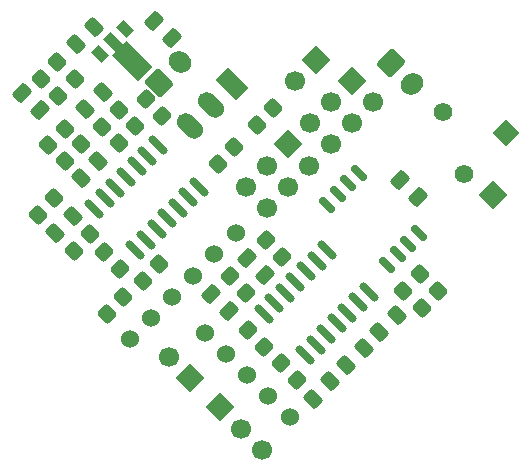
<source format=gbs>
G04 #@! TF.GenerationSoftware,KiCad,Pcbnew,(7.0.0)*
G04 #@! TF.CreationDate,2023-04-23T00:30:47-06:00*
G04 #@! TF.ProjectId,Fonocardiograma_V3B,466f6e6f-6361-4726-9469-6f6772616d61,rev?*
G04 #@! TF.SameCoordinates,Original*
G04 #@! TF.FileFunction,Soldermask,Bot*
G04 #@! TF.FilePolarity,Negative*
%FSLAX46Y46*%
G04 Gerber Fmt 4.6, Leading zero omitted, Abs format (unit mm)*
G04 Created by KiCad (PCBNEW (7.0.0)) date 2023-04-23 00:30:47*
%MOMM*%
%LPD*%
G01*
G04 APERTURE LIST*
G04 Aperture macros list*
%AMRoundRect*
0 Rectangle with rounded corners*
0 $1 Rounding radius*
0 $2 $3 $4 $5 $6 $7 $8 $9 X,Y pos of 4 corners*
0 Add a 4 corners polygon primitive as box body*
4,1,4,$2,$3,$4,$5,$6,$7,$8,$9,$2,$3,0*
0 Add four circle primitives for the rounded corners*
1,1,$1+$1,$2,$3*
1,1,$1+$1,$4,$5*
1,1,$1+$1,$6,$7*
1,1,$1+$1,$8,$9*
0 Add four rect primitives between the rounded corners*
20,1,$1+$1,$2,$3,$4,$5,0*
20,1,$1+$1,$4,$5,$6,$7,0*
20,1,$1+$1,$6,$7,$8,$9,0*
20,1,$1+$1,$8,$9,$2,$3,0*%
%AMHorizOval*
0 Thick line with rounded ends*
0 $1 width*
0 $2 $3 position (X,Y) of the first rounded end (center of the circle)*
0 $4 $5 position (X,Y) of the second rounded end (center of the circle)*
0 Add line between two ends*
20,1,$1,$2,$3,$4,$5,0*
0 Add two circle primitives to create the rounded ends*
1,1,$1,$2,$3*
1,1,$1,$4,$5*%
%AMRotRect*
0 Rectangle, with rotation*
0 The origin of the aperture is its center*
0 $1 length*
0 $2 width*
0 $3 Rotation angle, in degrees counterclockwise*
0 Add horizontal line*
21,1,$1,$2,0,0,$3*%
%AMFreePoly0*
4,1,9,3.862500,-0.866500,0.737500,-0.866500,0.737500,-0.450000,-0.737500,-0.450000,-0.737500,0.450000,0.737500,0.450000,0.737500,0.866500,3.862500,0.866500,3.862500,-0.866500,3.862500,-0.866500,$1*%
G04 Aperture macros list end*
%ADD10C,1.524000*%
%ADD11RotRect,1.700000X1.700000X45.000000*%
%ADD12HorizOval,1.700000X0.000000X0.000000X0.000000X0.000000X0*%
%ADD13RotRect,1.700000X1.700000X315.000000*%
%ADD14HorizOval,1.700000X0.000000X0.000000X0.000000X0.000000X0*%
%ADD15RotRect,1.560000X1.560000X225.000000*%
%ADD16C,1.560000*%
%ADD17RotRect,1.700000X1.700000X135.000000*%
%ADD18HorizOval,1.700000X0.000000X0.000000X0.000000X0.000000X0*%
%ADD19RotRect,1.500000X2.500000X225.000000*%
%ADD20HorizOval,1.500000X-0.353553X0.353553X0.353553X-0.353553X0*%
%ADD21RoundRect,0.250000X-0.954594X-0.106066X-0.106066X-0.954594X0.954594X0.106066X0.106066X0.954594X0*%
%ADD22HorizOval,1.700000X-0.106066X-0.106066X0.106066X0.106066X0*%
%ADD23RotRect,1.700000X1.700000X225.000000*%
%ADD24HorizOval,1.700000X0.000000X0.000000X0.000000X0.000000X0*%
%ADD25RoundRect,0.250000X0.106066X-0.954594X0.954594X-0.106066X-0.106066X0.954594X-0.954594X0.106066X0*%
%ADD26HorizOval,1.700000X-0.106066X0.106066X0.106066X-0.106066X0*%
%ADD27RoundRect,0.250000X-0.070711X0.565685X-0.565685X0.070711X0.070711X-0.565685X0.565685X-0.070711X0*%
%ADD28RoundRect,0.150000X-0.689429X0.477297X0.477297X-0.689429X0.689429X-0.477297X-0.477297X0.689429X0*%
%ADD29RoundRect,0.250000X0.574524X0.097227X0.097227X0.574524X-0.574524X-0.097227X-0.097227X-0.574524X0*%
%ADD30RoundRect,0.250000X-0.565685X-0.070711X-0.070711X-0.565685X0.565685X0.070711X0.070711X0.565685X0*%
%ADD31RoundRect,0.250000X0.097227X-0.574524X0.574524X-0.097227X-0.097227X0.574524X-0.574524X0.097227X0*%
%ADD32RoundRect,0.150000X0.565685X-0.353553X-0.353553X0.565685X-0.565685X0.353553X0.353553X-0.565685X0*%
%ADD33RoundRect,0.250000X-0.097227X0.574524X-0.574524X0.097227X0.097227X-0.574524X0.574524X-0.097227X0*%
%ADD34RoundRect,0.250000X0.565685X0.070711X0.070711X0.565685X-0.565685X-0.070711X-0.070711X-0.565685X0*%
%ADD35RoundRect,0.250000X0.070711X-0.565685X0.565685X-0.070711X-0.070711X0.565685X-0.565685X0.070711X0*%
%ADD36RoundRect,0.250000X-0.574524X-0.097227X-0.097227X-0.574524X0.574524X0.097227X0.097227X0.574524X0*%
%ADD37RotRect,1.300000X0.900000X315.000000*%
%ADD38FreePoly0,315.000000*%
G04 APERTURE END LIST*
D10*
X96501949Y-76943949D03*
X98298000Y-78740000D03*
X100094052Y-80536051D03*
X101890103Y-82332103D03*
X103686154Y-84128154D03*
D11*
X120903999Y-65277999D03*
D10*
X90133897Y-77506102D03*
X91929948Y-75710051D03*
X93726000Y-73914000D03*
X95522051Y-72117949D03*
X97318102Y-70321897D03*
X99114153Y-68525846D03*
D11*
X97753897Y-83275897D03*
D12*
X99549948Y-85071948D03*
X101345999Y-86867999D03*
D13*
X103555799Y-61010799D03*
D14*
X105351850Y-62806850D03*
X101759748Y-62806850D03*
X103555799Y-64602901D03*
X99963697Y-64602901D03*
X101759748Y-66398953D03*
D15*
X121969686Y-60014152D03*
D16*
X116666386Y-58246386D03*
X118434153Y-63549687D03*
D17*
X95249999Y-80771999D03*
D18*
X93453948Y-78975948D03*
D19*
X98824050Y-55861948D03*
D20*
X97027999Y-57657999D03*
X95231948Y-59454050D03*
D13*
X108965999Y-55625999D03*
D14*
X110762050Y-57422050D03*
X107169948Y-57422050D03*
X108965999Y-59218101D03*
X105373897Y-59218101D03*
X107169948Y-61014153D03*
D21*
X112278233Y-54112233D03*
D22*
X114045999Y-55879999D03*
D23*
X105917999Y-53847999D03*
D24*
X104121948Y-55644050D03*
D25*
X92648594Y-55808361D03*
D26*
X94416360Y-54040593D03*
D27*
X84671321Y-59690000D03*
X83257107Y-61104214D03*
D28*
X87123668Y-66475988D03*
X88021693Y-65577962D03*
X88919719Y-64679936D03*
X89817745Y-63781911D03*
X90715770Y-62883885D03*
X91613796Y-61985859D03*
X92511822Y-61087834D03*
X96012000Y-64588012D03*
X95113975Y-65486038D03*
X94215949Y-66384064D03*
X93317923Y-67282089D03*
X92419898Y-68180115D03*
X91521872Y-69078141D03*
X90623846Y-69976166D03*
D29*
X82521623Y-58137623D03*
X81054377Y-56670377D03*
D30*
X91494893Y-57204893D03*
X92909107Y-58619107D03*
D31*
X86007377Y-63852623D03*
X87474623Y-62385377D03*
D27*
X116277107Y-73460893D03*
X114862893Y-74875107D03*
D29*
X93697623Y-52041623D03*
X92230377Y-50574377D03*
X114525623Y-65503623D03*
X113058377Y-64036377D03*
D27*
X114698214Y-71991786D03*
X113284000Y-73406000D03*
D32*
X114636623Y-68508546D03*
X113738597Y-69406572D03*
X112840572Y-70304597D03*
X111942546Y-71202623D03*
X106851377Y-66111454D03*
X107749403Y-65213428D03*
X108647428Y-64315403D03*
X109545454Y-63417377D03*
D30*
X98606893Y-72190893D03*
X100021107Y-73605107D03*
D29*
X98523623Y-75155623D03*
X97056377Y-73688377D03*
D33*
X87855623Y-56543377D03*
X86388377Y-58010623D03*
D31*
X85626377Y-52549623D03*
X87093623Y-51082377D03*
D34*
X89353107Y-71573107D03*
X87938893Y-70158893D03*
D28*
X101473834Y-75365988D03*
X102371859Y-74467962D03*
X103269885Y-73569936D03*
X104167911Y-72671911D03*
X105065936Y-71773885D03*
X105963962Y-70875859D03*
X106861988Y-69977834D03*
X110362166Y-73478012D03*
X109464141Y-74376038D03*
X108566115Y-75274064D03*
X107668089Y-76172089D03*
X106770064Y-77070115D03*
X105872038Y-77968141D03*
X104974012Y-78866166D03*
D27*
X99005107Y-61268893D03*
X97590893Y-62683107D03*
D35*
X85398893Y-70049107D03*
X86813107Y-68634893D03*
X88192893Y-75383107D03*
X89607107Y-73968893D03*
X84636893Y-62429107D03*
X86051107Y-61014893D03*
D27*
X102307107Y-57966893D03*
X100892893Y-59381107D03*
D34*
X103069107Y-70557107D03*
X101654893Y-69142893D03*
D27*
X89226107Y-58093893D03*
X87811893Y-59508107D03*
D30*
X100130893Y-76762893D03*
X101545107Y-78177107D03*
D35*
X89208893Y-60905107D03*
X90623107Y-59490893D03*
D27*
X92655107Y-71174893D03*
X91240893Y-72589107D03*
D36*
X100104377Y-70640377D03*
X101571623Y-72107623D03*
D37*
X87629999Y-53339999D03*
D38*
X88752532Y-52341212D03*
D37*
X89751319Y-51218679D03*
D31*
X83848377Y-68551623D03*
X85315623Y-67084377D03*
D27*
X85488214Y-55481786D03*
X84074000Y-56896000D03*
D30*
X102924893Y-79556893D03*
X104339107Y-80971107D03*
D31*
X105664000Y-82550000D03*
X107131246Y-81082754D03*
D27*
X83765107Y-65586893D03*
X82350893Y-67001107D03*
D35*
X82604893Y-55444107D03*
X84019107Y-54029893D03*
D33*
X112747623Y-75466377D03*
X111280377Y-76933623D03*
X109953623Y-78260377D03*
X108486377Y-79727623D03*
M02*

</source>
